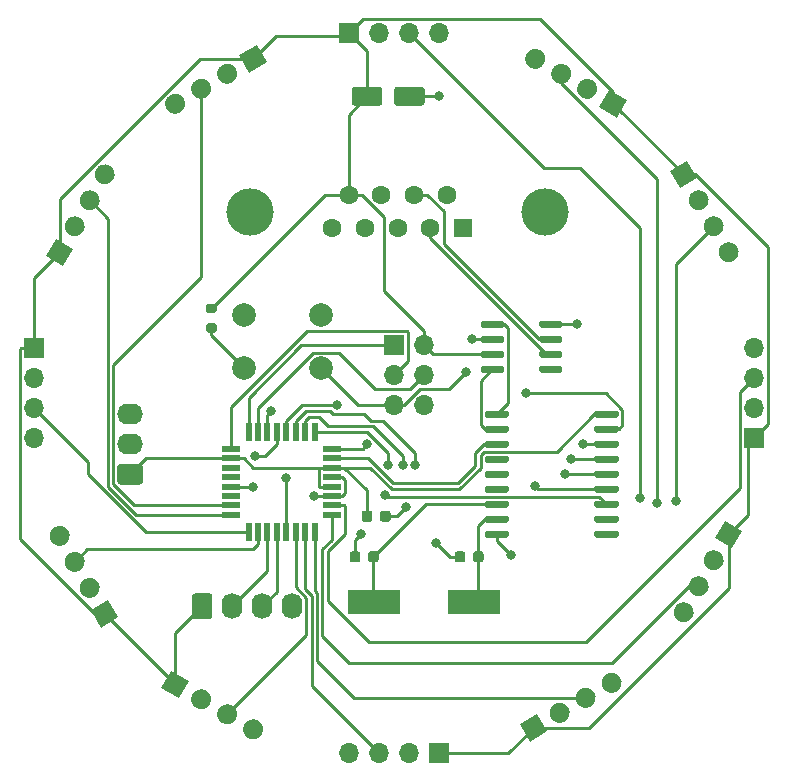
<source format=gbr>
%TF.GenerationSoftware,KiCad,Pcbnew,5.1.9+dfsg1-1+deb11u1*%
%TF.CreationDate,2022-11-12T21:31:23+01:00*%
%TF.ProjectId,ultrasonic_board,756c7472-6173-46f6-9e69-635f626f6172,rev?*%
%TF.SameCoordinates,PX8b48bd0PY4eb9cf0*%
%TF.FileFunction,Copper,L1,Top*%
%TF.FilePolarity,Positive*%
%FSLAX46Y46*%
G04 Gerber Fmt 4.6, Leading zero omitted, Abs format (unit mm)*
G04 Created by KiCad (PCBNEW 5.1.9+dfsg1-1+deb11u1) date 2022-11-12 21:31:23*
%MOMM*%
%LPD*%
G01*
G04 APERTURE LIST*
%TA.AperFunction,ComponentPad*%
%ADD10C,2.000000*%
%TD*%
%TA.AperFunction,ComponentPad*%
%ADD11O,2.190000X1.740000*%
%TD*%
%TA.AperFunction,ComponentPad*%
%ADD12R,1.700000X1.700000*%
%TD*%
%TA.AperFunction,ComponentPad*%
%ADD13O,1.700000X1.700000*%
%TD*%
%TA.AperFunction,ComponentPad*%
%ADD14O,1.740000X2.190000*%
%TD*%
%TA.AperFunction,ComponentPad*%
%ADD15C,0.100000*%
%TD*%
%TA.AperFunction,SMDPad,CuDef*%
%ADD16R,1.600000X0.550000*%
%TD*%
%TA.AperFunction,SMDPad,CuDef*%
%ADD17R,0.550000X1.600000*%
%TD*%
%TA.AperFunction,SMDPad,CuDef*%
%ADD18R,4.500000X2.000000*%
%TD*%
%TA.AperFunction,ComponentPad*%
%ADD19R,1.600000X1.600000*%
%TD*%
%TA.AperFunction,ComponentPad*%
%ADD20C,1.600000*%
%TD*%
%TA.AperFunction,ComponentPad*%
%ADD21C,4.000000*%
%TD*%
%TA.AperFunction,ViaPad*%
%ADD22C,0.800000*%
%TD*%
%TA.AperFunction,Conductor*%
%ADD23C,0.250000*%
%TD*%
G04 APERTURE END LIST*
D10*
%TO.P,RESET,2*%
%TO.N,/RST*%
X-12700000Y2104000D03*
%TO.P,RESET,1*%
%TO.N,GND*%
X-12700000Y6604000D03*
%TO.P,RESET,2*%
%TO.N,/RST*%
X-6200000Y2104000D03*
%TO.P,RESET,1*%
%TO.N,GND*%
X-6200000Y6604000D03*
%TD*%
%TO.P,C1,1*%
%TO.N,/XTAL1*%
%TA.AperFunction,SMDPad,CuDef*%
G36*
G01*
X7575000Y-13593000D02*
X7575000Y-14093000D01*
G75*
G02*
X7350000Y-14318000I-225000J0D01*
G01*
X6900000Y-14318000D01*
G75*
G02*
X6675000Y-14093000I0J225000D01*
G01*
X6675000Y-13593000D01*
G75*
G02*
X6900000Y-13368000I225000J0D01*
G01*
X7350000Y-13368000D01*
G75*
G02*
X7575000Y-13593000I0J-225000D01*
G01*
G37*
%TD.AperFunction*%
%TO.P,C1,2*%
%TO.N,GND*%
%TA.AperFunction,SMDPad,CuDef*%
G36*
G01*
X6025000Y-13593000D02*
X6025000Y-14093000D01*
G75*
G02*
X5800000Y-14318000I-225000J0D01*
G01*
X5350000Y-14318000D01*
G75*
G02*
X5125000Y-14093000I0J225000D01*
G01*
X5125000Y-13593000D01*
G75*
G02*
X5350000Y-13368000I225000J0D01*
G01*
X5800000Y-13368000D01*
G75*
G02*
X6025000Y-13593000I0J-225000D01*
G01*
G37*
%TD.AperFunction*%
%TD*%
%TO.P,C2,2*%
%TO.N,GND*%
%TA.AperFunction,SMDPad,CuDef*%
G36*
G01*
X-2865000Y-13593000D02*
X-2865000Y-14093000D01*
G75*
G02*
X-3090000Y-14318000I-225000J0D01*
G01*
X-3540000Y-14318000D01*
G75*
G02*
X-3765000Y-14093000I0J225000D01*
G01*
X-3765000Y-13593000D01*
G75*
G02*
X-3540000Y-13368000I225000J0D01*
G01*
X-3090000Y-13368000D01*
G75*
G02*
X-2865000Y-13593000I0J-225000D01*
G01*
G37*
%TD.AperFunction*%
%TO.P,C2,1*%
%TO.N,/XTAL2*%
%TA.AperFunction,SMDPad,CuDef*%
G36*
G01*
X-1315000Y-13593000D02*
X-1315000Y-14093000D01*
G75*
G02*
X-1540000Y-14318000I-225000J0D01*
G01*
X-1990000Y-14318000D01*
G75*
G02*
X-2215000Y-14093000I0J225000D01*
G01*
X-2215000Y-13593000D01*
G75*
G02*
X-1990000Y-13368000I225000J0D01*
G01*
X-1540000Y-13368000D01*
G75*
G02*
X-1315000Y-13593000I0J-225000D01*
G01*
G37*
%TD.AperFunction*%
%TD*%
%TO.P,C3,1*%
%TO.N,+5V*%
%TA.AperFunction,SMDPad,CuDef*%
G36*
G01*
X-3608000Y24596000D02*
X-3608000Y25696000D01*
G75*
G02*
X-3358000Y25946000I250000J0D01*
G01*
X-1258000Y25946000D01*
G75*
G02*
X-1008000Y25696000I0J-250000D01*
G01*
X-1008000Y24596000D01*
G75*
G02*
X-1258000Y24346000I-250000J0D01*
G01*
X-3358000Y24346000D01*
G75*
G02*
X-3608000Y24596000I0J250000D01*
G01*
G37*
%TD.AperFunction*%
%TO.P,C3,2*%
%TO.N,GND*%
%TA.AperFunction,SMDPad,CuDef*%
G36*
G01*
X-8000Y24596000D02*
X-8000Y25696000D01*
G75*
G02*
X242000Y25946000I250000J0D01*
G01*
X2342000Y25946000D01*
G75*
G02*
X2592000Y25696000I0J-250000D01*
G01*
X2592000Y24596000D01*
G75*
G02*
X2342000Y24346000I-250000J0D01*
G01*
X242000Y24346000D01*
G75*
G02*
X-8000Y24596000I0J250000D01*
G01*
G37*
%TD.AperFunction*%
%TD*%
%TO.P,C4,1*%
%TO.N,+5V*%
%TA.AperFunction,SMDPad,CuDef*%
G36*
G01*
X-2749000Y-10664000D02*
X-2749000Y-10164000D01*
G75*
G02*
X-2524000Y-9939000I225000J0D01*
G01*
X-2074000Y-9939000D01*
G75*
G02*
X-1849000Y-10164000I0J-225000D01*
G01*
X-1849000Y-10664000D01*
G75*
G02*
X-2074000Y-10889000I-225000J0D01*
G01*
X-2524000Y-10889000D01*
G75*
G02*
X-2749000Y-10664000I0J225000D01*
G01*
G37*
%TD.AperFunction*%
%TO.P,C4,2*%
%TO.N,GND*%
%TA.AperFunction,SMDPad,CuDef*%
G36*
G01*
X-1199000Y-10664000D02*
X-1199000Y-10164000D01*
G75*
G02*
X-974000Y-9939000I225000J0D01*
G01*
X-524000Y-9939000D01*
G75*
G02*
X-299000Y-10164000I0J-225000D01*
G01*
X-299000Y-10664000D01*
G75*
G02*
X-524000Y-10889000I-225000J0D01*
G01*
X-974000Y-10889000D01*
G75*
G02*
X-1199000Y-10664000I0J225000D01*
G01*
G37*
%TD.AperFunction*%
%TD*%
%TO.P,LED,1*%
%TO.N,+5V*%
%TA.AperFunction,ComponentPad*%
G36*
G01*
X-21506999Y-7728000D02*
X-23197001Y-7728000D01*
G75*
G02*
X-23447000Y-7478001I0J249999D01*
G01*
X-23447000Y-6237999D01*
G75*
G02*
X-23197001Y-5988000I249999J0D01*
G01*
X-21506999Y-5988000D01*
G75*
G02*
X-21257000Y-6237999I0J-249999D01*
G01*
X-21257000Y-7478001D01*
G75*
G02*
X-21506999Y-7728000I-249999J0D01*
G01*
G37*
%TD.AperFunction*%
D11*
%TO.P,LED,2*%
%TO.N,/LED_DIG*%
X-22352000Y-4318000D03*
%TO.P,LED,3*%
%TO.N,GND*%
X-22352000Y-1778000D03*
%TD*%
D12*
%TO.P,J2,1*%
%TO.N,/MISO*%
X0Y4064000D03*
D13*
%TO.P,J2,2*%
%TO.N,+5V*%
X2540000Y4064000D03*
%TO.P,J2,3*%
%TO.N,/SCK*%
X0Y1524000D03*
%TO.P,J2,4*%
%TO.N,/MOSI*%
X2540000Y1524000D03*
%TO.P,J2,5*%
%TO.N,/RST*%
X0Y-1016000D03*
%TO.P,J2,6*%
%TO.N,GND*%
X2540000Y-1016000D03*
%TD*%
%TO.P,I2C,1*%
%TO.N,+5V*%
%TA.AperFunction,ComponentPad*%
G36*
G01*
X-17126000Y-18879001D02*
X-17126000Y-17188999D01*
G75*
G02*
X-16876001Y-16939000I249999J0D01*
G01*
X-15635999Y-16939000D01*
G75*
G02*
X-15386000Y-17188999I0J-249999D01*
G01*
X-15386000Y-18879001D01*
G75*
G02*
X-15635999Y-19129000I-249999J0D01*
G01*
X-16876001Y-19129000D01*
G75*
G02*
X-17126000Y-18879001I0J249999D01*
G01*
G37*
%TD.AperFunction*%
D14*
%TO.P,I2C,2*%
%TO.N,/I2C_SDA*%
X-13716000Y-18034000D03*
%TO.P,I2C,3*%
%TO.N,/I2C_SCL*%
X-11176000Y-18034000D03*
%TO.P,I2C,4*%
%TO.N,GND*%
X-8636000Y-18034000D03*
%TD*%
D13*
%TO.P,U.S. 0 (T),4*%
%TO.N,GND*%
X30480000Y3810000D03*
%TO.P,U.S. 0 (T),3*%
%TO.N,/US0*%
X30480000Y1270000D03*
%TO.P,U.S. 0 (T),2*%
%TO.N,/TRIG*%
X30480000Y-1270000D03*
D12*
%TO.P,U.S. 0 (T),1*%
%TO.N,+5V*%
X30480000Y-3810000D03*
%TD*%
%TA.AperFunction,ComponentPad*%
D15*
%TO.P,U.S. 1 (B),1*%
%TO.N,+5V*%
G36*
X24199878Y17380878D02*
G01*
X23349878Y18853122D01*
X24822122Y19703122D01*
X25672122Y18230878D01*
X24199878Y17380878D01*
G37*
%TD.AperFunction*%
%TO.P,U.S. 1 (B),2*%
%TO.N,/TRIG*%
%TA.AperFunction,ComponentPad*%
G36*
G01*
X25044878Y15917295D02*
X25044878Y15917295D01*
G75*
G02*
X25356000Y17078417I736122J425000D01*
G01*
X25356000Y17078417D01*
G75*
G02*
X26517122Y16767295I425000J-736122D01*
G01*
X26517122Y16767295D01*
G75*
G02*
X26206000Y15606173I-736122J-425000D01*
G01*
X26206000Y15606173D01*
G75*
G02*
X25044878Y15917295I-425000J736122D01*
G01*
G37*
%TD.AperFunction*%
%TO.P,U.S. 1 (B),3*%
%TO.N,/US1*%
%TA.AperFunction,ComponentPad*%
G36*
G01*
X26314878Y13717591D02*
X26314878Y13717591D01*
G75*
G02*
X26626000Y14878713I736122J425000D01*
G01*
X26626000Y14878713D01*
G75*
G02*
X27787122Y14567591I425000J-736122D01*
G01*
X27787122Y14567591D01*
G75*
G02*
X27476000Y13406469I-736122J-425000D01*
G01*
X27476000Y13406469D01*
G75*
G02*
X26314878Y13717591I-425000J736122D01*
G01*
G37*
%TD.AperFunction*%
%TO.P,U.S. 1 (B),4*%
%TO.N,GND*%
%TA.AperFunction,ComponentPad*%
G36*
G01*
X27584878Y11517886D02*
X27584878Y11517886D01*
G75*
G02*
X27896000Y12679008I736122J425000D01*
G01*
X27896000Y12679008D01*
G75*
G02*
X29057122Y12367886I425000J-736122D01*
G01*
X29057122Y12367886D01*
G75*
G02*
X28746000Y11206764I-736122J-425000D01*
G01*
X28746000Y11206764D01*
G75*
G02*
X27584878Y11517886I-425000J736122D01*
G01*
G37*
%TD.AperFunction*%
%TD*%
%TA.AperFunction,ComponentPad*%
%TO.P,U.S. 2 (T),1*%
%TO.N,+5V*%
G36*
X18230878Y25672122D02*
G01*
X19703122Y24822122D01*
X18853122Y23349878D01*
X17380878Y24199878D01*
X18230878Y25672122D01*
G37*
%TD.AperFunction*%
%TO.P,U.S. 2 (T),2*%
%TO.N,/TRIG*%
%TA.AperFunction,ComponentPad*%
G36*
G01*
X16767295Y26517122D02*
X16767295Y26517122D01*
G75*
G02*
X17078417Y25356000I-425000J-736122D01*
G01*
X17078417Y25356000D01*
G75*
G02*
X15917295Y25044878I-736122J425000D01*
G01*
X15917295Y25044878D01*
G75*
G02*
X15606173Y26206000I425000J736122D01*
G01*
X15606173Y26206000D01*
G75*
G02*
X16767295Y26517122I736122J-425000D01*
G01*
G37*
%TD.AperFunction*%
%TO.P,U.S. 2 (T),3*%
%TO.N,/US2*%
%TA.AperFunction,ComponentPad*%
G36*
G01*
X14567591Y27787122D02*
X14567591Y27787122D01*
G75*
G02*
X14878713Y26626000I-425000J-736122D01*
G01*
X14878713Y26626000D01*
G75*
G02*
X13717591Y26314878I-736122J425000D01*
G01*
X13717591Y26314878D01*
G75*
G02*
X13406469Y27476000I425000J736122D01*
G01*
X13406469Y27476000D01*
G75*
G02*
X14567591Y27787122I736122J-425000D01*
G01*
G37*
%TD.AperFunction*%
%TO.P,U.S. 2 (T),4*%
%TO.N,GND*%
%TA.AperFunction,ComponentPad*%
G36*
G01*
X12367886Y29057122D02*
X12367886Y29057122D01*
G75*
G02*
X12679008Y27896000I-425000J-736122D01*
G01*
X12679008Y27896000D01*
G75*
G02*
X11517886Y27584878I-736122J425000D01*
G01*
X11517886Y27584878D01*
G75*
G02*
X11206764Y28746000I425000J736122D01*
G01*
X11206764Y28746000D01*
G75*
G02*
X12367886Y29057122I736122J-425000D01*
G01*
G37*
%TD.AperFunction*%
%TD*%
D13*
%TO.P,U.S. 3 (B),4*%
%TO.N,GND*%
X3810000Y30480000D03*
%TO.P,U.S. 3 (B),3*%
%TO.N,/US3*%
X1270000Y30480000D03*
%TO.P,U.S. 3 (B),2*%
%TO.N,/TRIG*%
X-1270000Y30480000D03*
D12*
%TO.P,U.S. 3 (B),1*%
%TO.N,+5V*%
X-3810000Y30480000D03*
%TD*%
%TO.P,U.S. 4 (T),4*%
%TO.N,GND*%
%TA.AperFunction,ComponentPad*%
G36*
G01*
X-18962114Y25247122D02*
X-18962114Y25247122D01*
G75*
G02*
X-17800992Y24936000I425000J-736122D01*
G01*
X-17800992Y24936000D01*
G75*
G02*
X-18112114Y23774878I-736122J-425000D01*
G01*
X-18112114Y23774878D01*
G75*
G02*
X-19273236Y24086000I-425000J736122D01*
G01*
X-19273236Y24086000D01*
G75*
G02*
X-18962114Y25247122I736122J425000D01*
G01*
G37*
%TD.AperFunction*%
%TO.P,U.S. 4 (T),3*%
%TO.N,/US4*%
%TA.AperFunction,ComponentPad*%
G36*
G01*
X-16762409Y26517122D02*
X-16762409Y26517122D01*
G75*
G02*
X-15601287Y26206000I425000J-736122D01*
G01*
X-15601287Y26206000D01*
G75*
G02*
X-15912409Y25044878I-736122J-425000D01*
G01*
X-15912409Y25044878D01*
G75*
G02*
X-17073531Y25356000I-425000J736122D01*
G01*
X-17073531Y25356000D01*
G75*
G02*
X-16762409Y26517122I736122J425000D01*
G01*
G37*
%TD.AperFunction*%
%TO.P,U.S. 4 (T),2*%
%TO.N,/TRIG*%
%TA.AperFunction,ComponentPad*%
G36*
G01*
X-14562705Y27787122D02*
X-14562705Y27787122D01*
G75*
G02*
X-13401583Y27476000I425000J-736122D01*
G01*
X-13401583Y27476000D01*
G75*
G02*
X-13712705Y26314878I-736122J-425000D01*
G01*
X-13712705Y26314878D01*
G75*
G02*
X-14873827Y26626000I-425000J736122D01*
G01*
X-14873827Y26626000D01*
G75*
G02*
X-14562705Y27787122I736122J425000D01*
G01*
G37*
%TD.AperFunction*%
%TA.AperFunction,ComponentPad*%
D15*
%TO.P,U.S. 4 (T),1*%
%TO.N,+5V*%
G36*
X-13099122Y28632122D02*
G01*
X-11626878Y29482122D01*
X-10776878Y28009878D01*
X-12249122Y27159878D01*
X-13099122Y28632122D01*
G37*
%TD.AperFunction*%
%TD*%
%TA.AperFunction,ComponentPad*%
%TO.P,U.S. 5 (B),1*%
%TO.N,+5V*%
G36*
X-27159878Y12249122D02*
G01*
X-28009878Y10776878D01*
X-29482122Y11626878D01*
X-28632122Y13099122D01*
X-27159878Y12249122D01*
G37*
%TD.AperFunction*%
%TO.P,U.S. 5 (B),2*%
%TO.N,/TRIG*%
%TA.AperFunction,ComponentPad*%
G36*
G01*
X-26314878Y13712705D02*
X-26314878Y13712705D01*
G75*
G02*
X-27476000Y13401583I-736122J425000D01*
G01*
X-27476000Y13401583D01*
G75*
G02*
X-27787122Y14562705I425000J736122D01*
G01*
X-27787122Y14562705D01*
G75*
G02*
X-26626000Y14873827I736122J-425000D01*
G01*
X-26626000Y14873827D01*
G75*
G02*
X-26314878Y13712705I-425000J-736122D01*
G01*
G37*
%TD.AperFunction*%
%TO.P,U.S. 5 (B),3*%
%TO.N,/US5*%
%TA.AperFunction,ComponentPad*%
G36*
G01*
X-25044878Y15912409D02*
X-25044878Y15912409D01*
G75*
G02*
X-26206000Y15601287I-736122J425000D01*
G01*
X-26206000Y15601287D01*
G75*
G02*
X-26517122Y16762409I425000J736122D01*
G01*
X-26517122Y16762409D01*
G75*
G02*
X-25356000Y17073531I736122J-425000D01*
G01*
X-25356000Y17073531D01*
G75*
G02*
X-25044878Y15912409I-425000J-736122D01*
G01*
G37*
%TD.AperFunction*%
%TO.P,U.S. 5 (B),4*%
%TO.N,GND*%
%TA.AperFunction,ComponentPad*%
G36*
G01*
X-23774878Y18112114D02*
X-23774878Y18112114D01*
G75*
G02*
X-24936000Y17800992I-736122J425000D01*
G01*
X-24936000Y17800992D01*
G75*
G02*
X-25247122Y18962114I425000J736122D01*
G01*
X-25247122Y18962114D01*
G75*
G02*
X-24086000Y19273236I736122J-425000D01*
G01*
X-24086000Y19273236D01*
G75*
G02*
X-23774878Y18112114I-425000J-736122D01*
G01*
G37*
%TD.AperFunction*%
%TD*%
D12*
%TO.P,U.S. 6 (T),1*%
%TO.N,+5V*%
X-30480000Y3810000D03*
D13*
%TO.P,U.S. 6 (T),2*%
%TO.N,/TRIG*%
X-30480000Y1270000D03*
%TO.P,U.S. 6 (T),3*%
%TO.N,/US6*%
X-30480000Y-1270000D03*
%TO.P,U.S. 6 (T),4*%
%TO.N,GND*%
X-30480000Y-3810000D03*
%TD*%
%TO.P,U.S. 7 (B),4*%
%TO.N,GND*%
%TA.AperFunction,ComponentPad*%
G36*
G01*
X-27584878Y-11644886D02*
X-27584878Y-11644886D01*
G75*
G02*
X-27896000Y-12806008I-736122J-425000D01*
G01*
X-27896000Y-12806008D01*
G75*
G02*
X-29057122Y-12494886I-425000J736122D01*
G01*
X-29057122Y-12494886D01*
G75*
G02*
X-28746000Y-11333764I736122J425000D01*
G01*
X-28746000Y-11333764D01*
G75*
G02*
X-27584878Y-11644886I425000J-736122D01*
G01*
G37*
%TD.AperFunction*%
%TO.P,U.S. 7 (B),3*%
%TO.N,/US7*%
%TA.AperFunction,ComponentPad*%
G36*
G01*
X-26314878Y-13844591D02*
X-26314878Y-13844591D01*
G75*
G02*
X-26626000Y-15005713I-736122J-425000D01*
G01*
X-26626000Y-15005713D01*
G75*
G02*
X-27787122Y-14694591I-425000J736122D01*
G01*
X-27787122Y-14694591D01*
G75*
G02*
X-27476000Y-13533469I736122J425000D01*
G01*
X-27476000Y-13533469D01*
G75*
G02*
X-26314878Y-13844591I425000J-736122D01*
G01*
G37*
%TD.AperFunction*%
%TO.P,U.S. 7 (B),2*%
%TO.N,/TRIG*%
%TA.AperFunction,ComponentPad*%
G36*
G01*
X-25044878Y-16044295D02*
X-25044878Y-16044295D01*
G75*
G02*
X-25356000Y-17205417I-736122J-425000D01*
G01*
X-25356000Y-17205417D01*
G75*
G02*
X-26517122Y-16894295I-425000J736122D01*
G01*
X-26517122Y-16894295D01*
G75*
G02*
X-26206000Y-15733173I736122J425000D01*
G01*
X-26206000Y-15733173D01*
G75*
G02*
X-25044878Y-16044295I425000J-736122D01*
G01*
G37*
%TD.AperFunction*%
%TA.AperFunction,ComponentPad*%
D15*
%TO.P,U.S. 7 (B),1*%
%TO.N,+5V*%
G36*
X-24199878Y-17507878D02*
G01*
X-23349878Y-18980122D01*
X-24822122Y-19830122D01*
X-25672122Y-18357878D01*
X-24199878Y-17507878D01*
G37*
%TD.AperFunction*%
%TD*%
%TA.AperFunction,ComponentPad*%
%TO.P,U.S. 8 (T),1*%
%TO.N,+5V*%
G36*
X-18230878Y-25799122D02*
G01*
X-19703122Y-24949122D01*
X-18853122Y-23476878D01*
X-17380878Y-24326878D01*
X-18230878Y-25799122D01*
G37*
%TD.AperFunction*%
%TO.P,U.S. 8 (T),2*%
%TO.N,/TRIG*%
%TA.AperFunction,ComponentPad*%
G36*
G01*
X-16767295Y-26644122D02*
X-16767295Y-26644122D01*
G75*
G02*
X-17078417Y-25483000I425000J736122D01*
G01*
X-17078417Y-25483000D01*
G75*
G02*
X-15917295Y-25171878I736122J-425000D01*
G01*
X-15917295Y-25171878D01*
G75*
G02*
X-15606173Y-26333000I-425000J-736122D01*
G01*
X-15606173Y-26333000D01*
G75*
G02*
X-16767295Y-26644122I-736122J425000D01*
G01*
G37*
%TD.AperFunction*%
%TO.P,U.S. 8 (T),3*%
%TO.N,/US8*%
%TA.AperFunction,ComponentPad*%
G36*
G01*
X-14567591Y-27914122D02*
X-14567591Y-27914122D01*
G75*
G02*
X-14878713Y-26753000I425000J736122D01*
G01*
X-14878713Y-26753000D01*
G75*
G02*
X-13717591Y-26441878I736122J-425000D01*
G01*
X-13717591Y-26441878D01*
G75*
G02*
X-13406469Y-27603000I-425000J-736122D01*
G01*
X-13406469Y-27603000D01*
G75*
G02*
X-14567591Y-27914122I-736122J425000D01*
G01*
G37*
%TD.AperFunction*%
%TO.P,U.S. 8 (T),4*%
%TO.N,GND*%
%TA.AperFunction,ComponentPad*%
G36*
G01*
X-12367886Y-29184122D02*
X-12367886Y-29184122D01*
G75*
G02*
X-12679008Y-28023000I425000J736122D01*
G01*
X-12679008Y-28023000D01*
G75*
G02*
X-11517886Y-27711878I736122J-425000D01*
G01*
X-11517886Y-27711878D01*
G75*
G02*
X-11206764Y-28873000I-425000J-736122D01*
G01*
X-11206764Y-28873000D01*
G75*
G02*
X-12367886Y-29184122I-736122J425000D01*
G01*
G37*
%TD.AperFunction*%
%TD*%
D12*
%TO.P,U.S. 9 (B),1*%
%TO.N,+5V*%
X3810000Y-30480000D03*
D13*
%TO.P,U.S. 9 (B),2*%
%TO.N,/TRIG*%
X1270000Y-30480000D03*
%TO.P,U.S. 9 (B),3*%
%TO.N,/US9*%
X-1270000Y-30480000D03*
%TO.P,U.S. 9 (B),4*%
%TO.N,GND*%
X-3810000Y-30480000D03*
%TD*%
%TO.P,U.S. 10 (T),4*%
%TO.N,GND*%
%TA.AperFunction,ComponentPad*%
G36*
G01*
X18835114Y-25247122D02*
X18835114Y-25247122D01*
G75*
G02*
X17673992Y-24936000I-425000J736122D01*
G01*
X17673992Y-24936000D01*
G75*
G02*
X17985114Y-23774878I736122J425000D01*
G01*
X17985114Y-23774878D01*
G75*
G02*
X19146236Y-24086000I425000J-736122D01*
G01*
X19146236Y-24086000D01*
G75*
G02*
X18835114Y-25247122I-736122J-425000D01*
G01*
G37*
%TD.AperFunction*%
%TO.P,U.S. 10 (T),3*%
%TO.N,/USA*%
%TA.AperFunction,ComponentPad*%
G36*
G01*
X16635409Y-26517122D02*
X16635409Y-26517122D01*
G75*
G02*
X15474287Y-26206000I-425000J736122D01*
G01*
X15474287Y-26206000D01*
G75*
G02*
X15785409Y-25044878I736122J425000D01*
G01*
X15785409Y-25044878D01*
G75*
G02*
X16946531Y-25356000I425000J-736122D01*
G01*
X16946531Y-25356000D01*
G75*
G02*
X16635409Y-26517122I-736122J-425000D01*
G01*
G37*
%TD.AperFunction*%
%TO.P,U.S. 10 (T),2*%
%TO.N,/TRIG*%
%TA.AperFunction,ComponentPad*%
G36*
G01*
X14435705Y-27787122D02*
X14435705Y-27787122D01*
G75*
G02*
X13274583Y-27476000I-425000J736122D01*
G01*
X13274583Y-27476000D01*
G75*
G02*
X13585705Y-26314878I736122J425000D01*
G01*
X13585705Y-26314878D01*
G75*
G02*
X14746827Y-26626000I425000J-736122D01*
G01*
X14746827Y-26626000D01*
G75*
G02*
X14435705Y-27787122I-736122J-425000D01*
G01*
G37*
%TD.AperFunction*%
%TA.AperFunction,ComponentPad*%
D15*
%TO.P,U.S. 10 (T),1*%
%TO.N,+5V*%
G36*
X12972122Y-28632122D02*
G01*
X11499878Y-29482122D01*
X10649878Y-28009878D01*
X12122122Y-27159878D01*
X12972122Y-28632122D01*
G37*
%TD.AperFunction*%
%TD*%
%TO.P,U.S. 11 (B),4*%
%TO.N,GND*%
%TA.AperFunction,ComponentPad*%
G36*
G01*
X23774878Y-18112114D02*
X23774878Y-18112114D01*
G75*
G02*
X24936000Y-17800992I736122J-425000D01*
G01*
X24936000Y-17800992D01*
G75*
G02*
X25247122Y-18962114I-425000J-736122D01*
G01*
X25247122Y-18962114D01*
G75*
G02*
X24086000Y-19273236I-736122J425000D01*
G01*
X24086000Y-19273236D01*
G75*
G02*
X23774878Y-18112114I425000J736122D01*
G01*
G37*
%TD.AperFunction*%
%TO.P,U.S. 11 (B),3*%
%TO.N,/USB*%
%TA.AperFunction,ComponentPad*%
G36*
G01*
X25044878Y-15912409D02*
X25044878Y-15912409D01*
G75*
G02*
X26206000Y-15601287I736122J-425000D01*
G01*
X26206000Y-15601287D01*
G75*
G02*
X26517122Y-16762409I-425000J-736122D01*
G01*
X26517122Y-16762409D01*
G75*
G02*
X25356000Y-17073531I-736122J425000D01*
G01*
X25356000Y-17073531D01*
G75*
G02*
X25044878Y-15912409I425000J736122D01*
G01*
G37*
%TD.AperFunction*%
%TO.P,U.S. 11 (B),2*%
%TO.N,/TRIG*%
%TA.AperFunction,ComponentPad*%
G36*
G01*
X26314878Y-13712705D02*
X26314878Y-13712705D01*
G75*
G02*
X27476000Y-13401583I736122J-425000D01*
G01*
X27476000Y-13401583D01*
G75*
G02*
X27787122Y-14562705I-425000J-736122D01*
G01*
X27787122Y-14562705D01*
G75*
G02*
X26626000Y-14873827I-736122J425000D01*
G01*
X26626000Y-14873827D01*
G75*
G02*
X26314878Y-13712705I425000J736122D01*
G01*
G37*
%TD.AperFunction*%
%TA.AperFunction,ComponentPad*%
%TO.P,U.S. 11 (B),1*%
%TO.N,+5V*%
G36*
X27159878Y-12249122D02*
G01*
X28009878Y-10776878D01*
X29482122Y-11626878D01*
X28632122Y-13099122D01*
X27159878Y-12249122D01*
G37*
%TD.AperFunction*%
%TD*%
%TO.P,R1,1*%
%TO.N,+5V*%
%TA.AperFunction,SMDPad,CuDef*%
G36*
G01*
X-15769000Y7575000D02*
X-15219000Y7575000D01*
G75*
G02*
X-15019000Y7375000I0J-200000D01*
G01*
X-15019000Y6975000D01*
G75*
G02*
X-15219000Y6775000I-200000J0D01*
G01*
X-15769000Y6775000D01*
G75*
G02*
X-15969000Y6975000I0J200000D01*
G01*
X-15969000Y7375000D01*
G75*
G02*
X-15769000Y7575000I200000J0D01*
G01*
G37*
%TD.AperFunction*%
%TO.P,R1,2*%
%TO.N,/RST*%
%TA.AperFunction,SMDPad,CuDef*%
G36*
G01*
X-15769000Y5925000D02*
X-15219000Y5925000D01*
G75*
G02*
X-15019000Y5725000I0J-200000D01*
G01*
X-15019000Y5325000D01*
G75*
G02*
X-15219000Y5125000I-200000J0D01*
G01*
X-15769000Y5125000D01*
G75*
G02*
X-15969000Y5325000I0J200000D01*
G01*
X-15969000Y5725000D01*
G75*
G02*
X-15769000Y5925000I200000J0D01*
G01*
G37*
%TD.AperFunction*%
%TD*%
D16*
%TO.P,U1,1*%
%TO.N,/USB*%
X-5275000Y-10293000D03*
%TO.P,U1,2*%
%TO.N,/US0*%
X-5275000Y-9493000D03*
%TO.P,U1,3*%
%TO.N,GND*%
X-5275000Y-8693000D03*
%TO.P,U1,4*%
%TO.N,+5V*%
X-5275000Y-7893000D03*
%TO.P,U1,5*%
%TO.N,GND*%
X-5275000Y-7093000D03*
%TO.P,U1,6*%
%TO.N,+5V*%
X-5275000Y-6293000D03*
%TO.P,U1,7*%
%TO.N,/CPU_CLK*%
X-5275000Y-5493000D03*
%TO.P,U1,8*%
%TO.N,/CAN_INT*%
X-5275000Y-4693000D03*
D17*
%TO.P,U1,9*%
%TO.N,/US1*%
X-6725000Y-3243000D03*
%TO.P,U1,10*%
%TO.N,/US2*%
X-7525000Y-3243000D03*
%TO.P,U1,11*%
%TO.N,/US3*%
X-8325000Y-3243000D03*
%TO.P,U1,12*%
%TO.N,/CAN_CS*%
X-9125000Y-3243000D03*
%TO.P,U1,13*%
%TO.N,/LED_DIG*%
X-9925000Y-3243000D03*
%TO.P,U1,14*%
%TO.N,/TRIG*%
X-10725000Y-3243000D03*
%TO.P,U1,15*%
%TO.N,/MOSI*%
X-11525000Y-3243000D03*
%TO.P,U1,16*%
%TO.N,/MISO*%
X-12325000Y-3243000D03*
D16*
%TO.P,U1,17*%
%TO.N,/SCK*%
X-13775000Y-4693000D03*
%TO.P,U1,18*%
%TO.N,+5V*%
X-13775000Y-5493000D03*
%TO.P,U1,19*%
%TO.N,Net-(U1-Pad19)*%
X-13775000Y-6293000D03*
%TO.P,U1,20*%
%TO.N,Net-(U1-Pad20)*%
X-13775000Y-7093000D03*
%TO.P,U1,21*%
%TO.N,GND*%
X-13775000Y-7893000D03*
%TO.P,U1,22*%
%TO.N,Net-(U1-Pad22)*%
X-13775000Y-8693000D03*
%TO.P,U1,23*%
%TO.N,/US4*%
X-13775000Y-9493000D03*
%TO.P,U1,24*%
%TO.N,/US5*%
X-13775000Y-10293000D03*
D17*
%TO.P,U1,25*%
%TO.N,/US6*%
X-12325000Y-11743000D03*
%TO.P,U1,26*%
%TO.N,/US7*%
X-11525000Y-11743000D03*
%TO.P,U1,27*%
%TO.N,/I2C_SDA*%
X-10725000Y-11743000D03*
%TO.P,U1,28*%
%TO.N,/I2C_SCL*%
X-9925000Y-11743000D03*
%TO.P,U1,29*%
%TO.N,/RST*%
X-9125000Y-11743000D03*
%TO.P,U1,30*%
%TO.N,/US8*%
X-8325000Y-11743000D03*
%TO.P,U1,31*%
%TO.N,/US9*%
X-7525000Y-11743000D03*
%TO.P,U1,32*%
%TO.N,/USA*%
X-6725000Y-11743000D03*
%TD*%
D18*
%TO.P,XTAL,1*%
%TO.N,/XTAL1*%
X6790000Y-17653000D03*
%TO.P,XTAL,2*%
%TO.N,/XTAL2*%
X-1710000Y-17653000D03*
%TD*%
D19*
%TO.P,CAN,1*%
%TO.N,Net-(J4-Pad1)*%
X5842000Y13970000D03*
D20*
%TO.P,CAN,2*%
%TO.N,Net-(J4-Pad2)*%
X3072000Y13970000D03*
%TO.P,CAN,3*%
%TO.N,GND*%
X302000Y13970000D03*
%TO.P,CAN,4*%
%TO.N,Net-(J4-Pad4)*%
X-2468000Y13970000D03*
%TO.P,CAN,5*%
%TO.N,Net-(J4-Pad5)*%
X-5238000Y13970000D03*
%TO.P,CAN,6*%
%TO.N,GND*%
X4457000Y16810000D03*
%TO.P,CAN,7*%
%TO.N,Net-(J4-Pad7)*%
X1687000Y16810000D03*
%TO.P,CAN,8*%
%TO.N,Net-(J4-Pad8)*%
X-1083000Y16810000D03*
%TO.P,CAN,9*%
%TO.N,+5V*%
X-3853000Y16810000D03*
D21*
%TO.P,CAN,0*%
%TO.N,GND*%
X12802000Y15390000D03*
X-12198000Y15390000D03*
%TD*%
%TO.P,U2,1*%
%TO.N,Net-(U2-Pad1)*%
%TA.AperFunction,SMDPad,CuDef*%
G36*
G01*
X7660000Y-1928000D02*
X7660000Y-1628000D01*
G75*
G02*
X7810000Y-1478000I150000J0D01*
G01*
X9560000Y-1478000D01*
G75*
G02*
X9710000Y-1628000I0J-150000D01*
G01*
X9710000Y-1928000D01*
G75*
G02*
X9560000Y-2078000I-150000J0D01*
G01*
X7810000Y-2078000D01*
G75*
G02*
X7660000Y-1928000I0J150000D01*
G01*
G37*
%TD.AperFunction*%
%TO.P,U2,2*%
%TO.N,Net-(U2-Pad2)*%
%TA.AperFunction,SMDPad,CuDef*%
G36*
G01*
X7660000Y-3198000D02*
X7660000Y-2898000D01*
G75*
G02*
X7810000Y-2748000I150000J0D01*
G01*
X9560000Y-2748000D01*
G75*
G02*
X9710000Y-2898000I0J-150000D01*
G01*
X9710000Y-3198000D01*
G75*
G02*
X9560000Y-3348000I-150000J0D01*
G01*
X7810000Y-3348000D01*
G75*
G02*
X7660000Y-3198000I0J150000D01*
G01*
G37*
%TD.AperFunction*%
%TO.P,U2,3*%
%TO.N,/CPU_CLK*%
%TA.AperFunction,SMDPad,CuDef*%
G36*
G01*
X7660000Y-4468000D02*
X7660000Y-4168000D01*
G75*
G02*
X7810000Y-4018000I150000J0D01*
G01*
X9560000Y-4018000D01*
G75*
G02*
X9710000Y-4168000I0J-150000D01*
G01*
X9710000Y-4468000D01*
G75*
G02*
X9560000Y-4618000I-150000J0D01*
G01*
X7810000Y-4618000D01*
G75*
G02*
X7660000Y-4468000I0J150000D01*
G01*
G37*
%TD.AperFunction*%
%TO.P,U2,4*%
%TO.N,Net-(U2-Pad4)*%
%TA.AperFunction,SMDPad,CuDef*%
G36*
G01*
X7660000Y-5738000D02*
X7660000Y-5438000D01*
G75*
G02*
X7810000Y-5288000I150000J0D01*
G01*
X9560000Y-5288000D01*
G75*
G02*
X9710000Y-5438000I0J-150000D01*
G01*
X9710000Y-5738000D01*
G75*
G02*
X9560000Y-5888000I-150000J0D01*
G01*
X7810000Y-5888000D01*
G75*
G02*
X7660000Y-5738000I0J150000D01*
G01*
G37*
%TD.AperFunction*%
%TO.P,U2,5*%
%TO.N,Net-(U2-Pad5)*%
%TA.AperFunction,SMDPad,CuDef*%
G36*
G01*
X7660000Y-7008000D02*
X7660000Y-6708000D01*
G75*
G02*
X7810000Y-6558000I150000J0D01*
G01*
X9560000Y-6558000D01*
G75*
G02*
X9710000Y-6708000I0J-150000D01*
G01*
X9710000Y-7008000D01*
G75*
G02*
X9560000Y-7158000I-150000J0D01*
G01*
X7810000Y-7158000D01*
G75*
G02*
X7660000Y-7008000I0J150000D01*
G01*
G37*
%TD.AperFunction*%
%TO.P,U2,6*%
%TO.N,Net-(U2-Pad6)*%
%TA.AperFunction,SMDPad,CuDef*%
G36*
G01*
X7660000Y-8278000D02*
X7660000Y-7978000D01*
G75*
G02*
X7810000Y-7828000I150000J0D01*
G01*
X9560000Y-7828000D01*
G75*
G02*
X9710000Y-7978000I0J-150000D01*
G01*
X9710000Y-8278000D01*
G75*
G02*
X9560000Y-8428000I-150000J0D01*
G01*
X7810000Y-8428000D01*
G75*
G02*
X7660000Y-8278000I0J150000D01*
G01*
G37*
%TD.AperFunction*%
%TO.P,U2,7*%
%TO.N,/XTAL2*%
%TA.AperFunction,SMDPad,CuDef*%
G36*
G01*
X7660000Y-9548000D02*
X7660000Y-9248000D01*
G75*
G02*
X7810000Y-9098000I150000J0D01*
G01*
X9560000Y-9098000D01*
G75*
G02*
X9710000Y-9248000I0J-150000D01*
G01*
X9710000Y-9548000D01*
G75*
G02*
X9560000Y-9698000I-150000J0D01*
G01*
X7810000Y-9698000D01*
G75*
G02*
X7660000Y-9548000I0J150000D01*
G01*
G37*
%TD.AperFunction*%
%TO.P,U2,8*%
%TO.N,/XTAL1*%
%TA.AperFunction,SMDPad,CuDef*%
G36*
G01*
X7660000Y-10818000D02*
X7660000Y-10518000D01*
G75*
G02*
X7810000Y-10368000I150000J0D01*
G01*
X9560000Y-10368000D01*
G75*
G02*
X9710000Y-10518000I0J-150000D01*
G01*
X9710000Y-10818000D01*
G75*
G02*
X9560000Y-10968000I-150000J0D01*
G01*
X7810000Y-10968000D01*
G75*
G02*
X7660000Y-10818000I0J150000D01*
G01*
G37*
%TD.AperFunction*%
%TO.P,U2,9*%
%TO.N,GND*%
%TA.AperFunction,SMDPad,CuDef*%
G36*
G01*
X7660000Y-12088000D02*
X7660000Y-11788000D01*
G75*
G02*
X7810000Y-11638000I150000J0D01*
G01*
X9560000Y-11638000D01*
G75*
G02*
X9710000Y-11788000I0J-150000D01*
G01*
X9710000Y-12088000D01*
G75*
G02*
X9560000Y-12238000I-150000J0D01*
G01*
X7810000Y-12238000D01*
G75*
G02*
X7660000Y-12088000I0J150000D01*
G01*
G37*
%TD.AperFunction*%
%TO.P,U2,10*%
%TO.N,Net-(U2-Pad10)*%
%TA.AperFunction,SMDPad,CuDef*%
G36*
G01*
X16960000Y-12088000D02*
X16960000Y-11788000D01*
G75*
G02*
X17110000Y-11638000I150000J0D01*
G01*
X18860000Y-11638000D01*
G75*
G02*
X19010000Y-11788000I0J-150000D01*
G01*
X19010000Y-12088000D01*
G75*
G02*
X18860000Y-12238000I-150000J0D01*
G01*
X17110000Y-12238000D01*
G75*
G02*
X16960000Y-12088000I0J150000D01*
G01*
G37*
%TD.AperFunction*%
%TO.P,U2,11*%
%TO.N,Net-(U2-Pad11)*%
%TA.AperFunction,SMDPad,CuDef*%
G36*
G01*
X16960000Y-10818000D02*
X16960000Y-10518000D01*
G75*
G02*
X17110000Y-10368000I150000J0D01*
G01*
X18860000Y-10368000D01*
G75*
G02*
X19010000Y-10518000I0J-150000D01*
G01*
X19010000Y-10818000D01*
G75*
G02*
X18860000Y-10968000I-150000J0D01*
G01*
X17110000Y-10968000D01*
G75*
G02*
X16960000Y-10818000I0J150000D01*
G01*
G37*
%TD.AperFunction*%
%TO.P,U2,12*%
%TO.N,/CAN_INT*%
%TA.AperFunction,SMDPad,CuDef*%
G36*
G01*
X16960000Y-9548000D02*
X16960000Y-9248000D01*
G75*
G02*
X17110000Y-9098000I150000J0D01*
G01*
X18860000Y-9098000D01*
G75*
G02*
X19010000Y-9248000I0J-150000D01*
G01*
X19010000Y-9548000D01*
G75*
G02*
X18860000Y-9698000I-150000J0D01*
G01*
X17110000Y-9698000D01*
G75*
G02*
X16960000Y-9548000I0J150000D01*
G01*
G37*
%TD.AperFunction*%
%TO.P,U2,13*%
%TO.N,/SCK*%
%TA.AperFunction,SMDPad,CuDef*%
G36*
G01*
X16960000Y-8278000D02*
X16960000Y-7978000D01*
G75*
G02*
X17110000Y-7828000I150000J0D01*
G01*
X18860000Y-7828000D01*
G75*
G02*
X19010000Y-7978000I0J-150000D01*
G01*
X19010000Y-8278000D01*
G75*
G02*
X18860000Y-8428000I-150000J0D01*
G01*
X17110000Y-8428000D01*
G75*
G02*
X16960000Y-8278000I0J150000D01*
G01*
G37*
%TD.AperFunction*%
%TO.P,U2,14*%
%TO.N,/MOSI*%
%TA.AperFunction,SMDPad,CuDef*%
G36*
G01*
X16960000Y-7008000D02*
X16960000Y-6708000D01*
G75*
G02*
X17110000Y-6558000I150000J0D01*
G01*
X18860000Y-6558000D01*
G75*
G02*
X19010000Y-6708000I0J-150000D01*
G01*
X19010000Y-7008000D01*
G75*
G02*
X18860000Y-7158000I-150000J0D01*
G01*
X17110000Y-7158000D01*
G75*
G02*
X16960000Y-7008000I0J150000D01*
G01*
G37*
%TD.AperFunction*%
%TO.P,U2,15*%
%TO.N,/MISO*%
%TA.AperFunction,SMDPad,CuDef*%
G36*
G01*
X16960000Y-5738000D02*
X16960000Y-5438000D01*
G75*
G02*
X17110000Y-5288000I150000J0D01*
G01*
X18860000Y-5288000D01*
G75*
G02*
X19010000Y-5438000I0J-150000D01*
G01*
X19010000Y-5738000D01*
G75*
G02*
X18860000Y-5888000I-150000J0D01*
G01*
X17110000Y-5888000D01*
G75*
G02*
X16960000Y-5738000I0J150000D01*
G01*
G37*
%TD.AperFunction*%
%TO.P,U2,16*%
%TO.N,/CAN_CS*%
%TA.AperFunction,SMDPad,CuDef*%
G36*
G01*
X16960000Y-4468000D02*
X16960000Y-4168000D01*
G75*
G02*
X17110000Y-4018000I150000J0D01*
G01*
X18860000Y-4018000D01*
G75*
G02*
X19010000Y-4168000I0J-150000D01*
G01*
X19010000Y-4468000D01*
G75*
G02*
X18860000Y-4618000I-150000J0D01*
G01*
X17110000Y-4618000D01*
G75*
G02*
X16960000Y-4468000I0J150000D01*
G01*
G37*
%TD.AperFunction*%
%TO.P,U2,17*%
%TO.N,/RST*%
%TA.AperFunction,SMDPad,CuDef*%
G36*
G01*
X16960000Y-3198000D02*
X16960000Y-2898000D01*
G75*
G02*
X17110000Y-2748000I150000J0D01*
G01*
X18860000Y-2748000D01*
G75*
G02*
X19010000Y-2898000I0J-150000D01*
G01*
X19010000Y-3198000D01*
G75*
G02*
X18860000Y-3348000I-150000J0D01*
G01*
X17110000Y-3348000D01*
G75*
G02*
X16960000Y-3198000I0J150000D01*
G01*
G37*
%TD.AperFunction*%
%TO.P,U2,18*%
%TO.N,+5V*%
%TA.AperFunction,SMDPad,CuDef*%
G36*
G01*
X16960000Y-1928000D02*
X16960000Y-1628000D01*
G75*
G02*
X17110000Y-1478000I150000J0D01*
G01*
X18860000Y-1478000D01*
G75*
G02*
X19010000Y-1628000I0J-150000D01*
G01*
X19010000Y-1928000D01*
G75*
G02*
X18860000Y-2078000I-150000J0D01*
G01*
X17110000Y-2078000D01*
G75*
G02*
X16960000Y-1928000I0J150000D01*
G01*
G37*
%TD.AperFunction*%
%TD*%
%TO.P,U3,1*%
%TO.N,Net-(U2-Pad1)*%
%TA.AperFunction,SMDPad,CuDef*%
G36*
G01*
X7345000Y5692000D02*
X7345000Y5992000D01*
G75*
G02*
X7495000Y6142000I150000J0D01*
G01*
X9145000Y6142000D01*
G75*
G02*
X9295000Y5992000I0J-150000D01*
G01*
X9295000Y5692000D01*
G75*
G02*
X9145000Y5542000I-150000J0D01*
G01*
X7495000Y5542000D01*
G75*
G02*
X7345000Y5692000I0J150000D01*
G01*
G37*
%TD.AperFunction*%
%TO.P,U3,2*%
%TO.N,GND*%
%TA.AperFunction,SMDPad,CuDef*%
G36*
G01*
X7345000Y4422000D02*
X7345000Y4722000D01*
G75*
G02*
X7495000Y4872000I150000J0D01*
G01*
X9145000Y4872000D01*
G75*
G02*
X9295000Y4722000I0J-150000D01*
G01*
X9295000Y4422000D01*
G75*
G02*
X9145000Y4272000I-150000J0D01*
G01*
X7495000Y4272000D01*
G75*
G02*
X7345000Y4422000I0J150000D01*
G01*
G37*
%TD.AperFunction*%
%TO.P,U3,3*%
%TO.N,+5V*%
%TA.AperFunction,SMDPad,CuDef*%
G36*
G01*
X7345000Y3152000D02*
X7345000Y3452000D01*
G75*
G02*
X7495000Y3602000I150000J0D01*
G01*
X9145000Y3602000D01*
G75*
G02*
X9295000Y3452000I0J-150000D01*
G01*
X9295000Y3152000D01*
G75*
G02*
X9145000Y3002000I-150000J0D01*
G01*
X7495000Y3002000D01*
G75*
G02*
X7345000Y3152000I0J150000D01*
G01*
G37*
%TD.AperFunction*%
%TO.P,U3,4*%
%TO.N,Net-(U2-Pad2)*%
%TA.AperFunction,SMDPad,CuDef*%
G36*
G01*
X7345000Y1882000D02*
X7345000Y2182000D01*
G75*
G02*
X7495000Y2332000I150000J0D01*
G01*
X9145000Y2332000D01*
G75*
G02*
X9295000Y2182000I0J-150000D01*
G01*
X9295000Y1882000D01*
G75*
G02*
X9145000Y1732000I-150000J0D01*
G01*
X7495000Y1732000D01*
G75*
G02*
X7345000Y1882000I0J150000D01*
G01*
G37*
%TD.AperFunction*%
%TO.P,U3,5*%
%TO.N,Net-(U3-Pad5)*%
%TA.AperFunction,SMDPad,CuDef*%
G36*
G01*
X12295000Y1882000D02*
X12295000Y2182000D01*
G75*
G02*
X12445000Y2332000I150000J0D01*
G01*
X14095000Y2332000D01*
G75*
G02*
X14245000Y2182000I0J-150000D01*
G01*
X14245000Y1882000D01*
G75*
G02*
X14095000Y1732000I-150000J0D01*
G01*
X12445000Y1732000D01*
G75*
G02*
X12295000Y1882000I0J150000D01*
G01*
G37*
%TD.AperFunction*%
%TO.P,U3,6*%
%TO.N,Net-(J4-Pad2)*%
%TA.AperFunction,SMDPad,CuDef*%
G36*
G01*
X12295000Y3152000D02*
X12295000Y3452000D01*
G75*
G02*
X12445000Y3602000I150000J0D01*
G01*
X14095000Y3602000D01*
G75*
G02*
X14245000Y3452000I0J-150000D01*
G01*
X14245000Y3152000D01*
G75*
G02*
X14095000Y3002000I-150000J0D01*
G01*
X12445000Y3002000D01*
G75*
G02*
X12295000Y3152000I0J150000D01*
G01*
G37*
%TD.AperFunction*%
%TO.P,U3,7*%
%TO.N,Net-(J4-Pad7)*%
%TA.AperFunction,SMDPad,CuDef*%
G36*
G01*
X12295000Y4422000D02*
X12295000Y4722000D01*
G75*
G02*
X12445000Y4872000I150000J0D01*
G01*
X14095000Y4872000D01*
G75*
G02*
X14245000Y4722000I0J-150000D01*
G01*
X14245000Y4422000D01*
G75*
G02*
X14095000Y4272000I-150000J0D01*
G01*
X12445000Y4272000D01*
G75*
G02*
X12295000Y4422000I0J150000D01*
G01*
G37*
%TD.AperFunction*%
%TO.P,U3,8*%
%TO.N,GND*%
%TA.AperFunction,SMDPad,CuDef*%
G36*
G01*
X12295000Y5692000D02*
X12295000Y5992000D01*
G75*
G02*
X12445000Y6142000I150000J0D01*
G01*
X14095000Y6142000D01*
G75*
G02*
X14245000Y5992000I0J-150000D01*
G01*
X14245000Y5692000D01*
G75*
G02*
X14095000Y5542000I-150000J0D01*
G01*
X12445000Y5542000D01*
G75*
G02*
X12295000Y5692000I0J150000D01*
G01*
G37*
%TD.AperFunction*%
%TD*%
D22*
%TO.N,GND*%
X1016000Y-9652000D03*
X3556000Y-12700000D03*
X-2794000Y-11938000D03*
X-6801000Y-8693000D03*
X-11957000Y-7893000D03*
X9906000Y-13716000D03*
X6604000Y4572000D03*
X15494000Y5842000D03*
X3810000Y25146000D03*
%TO.N,/LED_DIG*%
X-11751010Y-5343186D03*
%TO.N,/MISO*%
X14986000Y-5588000D03*
%TO.N,/SCK*%
X11938006Y-7874000D03*
%TO.N,/MOSI*%
X14478000Y-6858000D03*
%TO.N,/RST*%
X-9125000Y-7130990D03*
X11176000Y0D03*
X6096000Y1778000D03*
%TO.N,/TRIG*%
X-10414000Y-1524000D03*
%TO.N,/US1*%
X-508000Y-6096000D03*
X23876000Y-9144000D03*
%TO.N,/US2*%
X762000Y-6096000D03*
X22225000Y-9271000D03*
%TO.N,/US3*%
X1778000Y-6096000D03*
X20828000Y-8890000D03*
%TO.N,/CAN_INT*%
X-2286000Y-4318000D03*
X-762000Y-8636000D03*
%TO.N,/CAN_CS*%
X16002000Y-4318000D03*
X-4826000Y-1016000D03*
%TD*%
D23*
%TO.N,GND*%
X-13775000Y-7893000D02*
X-11957000Y-7893000D01*
X-4414998Y-7093000D02*
X-5275000Y-7093000D01*
X-4149999Y-7357999D02*
X-4414998Y-7093000D01*
X-4414998Y-8693000D02*
X-4149999Y-8428001D01*
X-4149999Y-8428001D02*
X-4149999Y-7357999D01*
X-5275000Y-8693000D02*
X-4414998Y-8693000D01*
X-5275000Y-8693000D02*
X-6801000Y-8693000D01*
X1292000Y25146000D02*
X3810000Y25146000D01*
X-749000Y-10414000D02*
X254000Y-10414000D01*
X254000Y-10414000D02*
X1016000Y-9652000D01*
X1016000Y-9652000D02*
X1016000Y-9652000D01*
X5575000Y-13843000D02*
X4699000Y-13843000D01*
X4699000Y-13843000D02*
X3556000Y-12700000D01*
X-3315000Y-13843000D02*
X-3315000Y-12459000D01*
X-3315000Y-12459000D02*
X-2794000Y-11938000D01*
X3556000Y-12700000D02*
X3556000Y-12700000D01*
X-2794000Y-11938000D02*
X-2794000Y-11938000D01*
X-6801000Y-8693000D02*
X-6801000Y-8693000D01*
X-11957000Y-7893000D02*
X-11957000Y-7893000D01*
X8685000Y-11938000D02*
X8685000Y-12495000D01*
X8685000Y-12495000D02*
X9906000Y-13716000D01*
X13270000Y5842000D02*
X15494000Y5842000D01*
X8320000Y4572000D02*
X6604000Y4572000D01*
X6604000Y4572000D02*
X6604000Y4572000D01*
X15494000Y5842000D02*
X15494000Y5842000D01*
X3810000Y25146000D02*
X3810000Y25146000D01*
%TO.N,/XTAL1*%
X7125000Y-11203000D02*
X7125000Y-13843000D01*
X7660000Y-10668000D02*
X7125000Y-11203000D01*
X8685000Y-10668000D02*
X7660000Y-10668000D01*
X7125000Y-17318000D02*
X6790000Y-17653000D01*
X7125000Y-13843000D02*
X7125000Y-17318000D01*
%TO.N,/XTAL2*%
X2680000Y-9398000D02*
X-1765000Y-13843000D01*
X8685000Y-9398000D02*
X2680000Y-9398000D01*
X-1765000Y-17598000D02*
X-1710000Y-17653000D01*
X-1765000Y-13843000D02*
X-1765000Y-17598000D01*
%TO.N,+5V*%
X-20987000Y-5493000D02*
X-13775000Y-5493000D01*
X-22352000Y-6858000D02*
X-20987000Y-5493000D01*
X-11925000Y-6293000D02*
X-5275000Y-6293000D01*
X-12725000Y-5493000D02*
X-11925000Y-6293000D01*
X-13775000Y-5493000D02*
X-12725000Y-5493000D01*
X-6325000Y-6293000D02*
X-5275000Y-6293000D01*
X-6400001Y-6368001D02*
X-6325000Y-6293000D01*
X-6400001Y-7817999D02*
X-6400001Y-6368001D01*
X-6325000Y-7893000D02*
X-6400001Y-7817999D01*
X-5275000Y-7893000D02*
X-6325000Y-7893000D01*
X2540000Y5266081D02*
X2540000Y4064000D01*
X-823001Y8629082D02*
X2540000Y5266081D01*
X-823001Y14911371D02*
X-823001Y8629082D01*
X-2721630Y16810000D02*
X-823001Y14911371D01*
X-3853000Y16810000D02*
X-2721630Y16810000D01*
X3302000Y3302000D02*
X2540000Y4064000D01*
X8320000Y3302000D02*
X3302000Y3302000D01*
X9652000Y-30480000D02*
X11811000Y-28321000D01*
X3810000Y-30480000D02*
X9652000Y-30480000D01*
X-18542000Y-24638000D02*
X-24511000Y-18669000D01*
X-30480000Y9779000D02*
X-28321000Y11938000D01*
X-30480000Y3810000D02*
X-30480000Y9779000D01*
X-11938000Y28321000D02*
X-10033000Y30226000D01*
X-4064000Y30226000D02*
X-3810000Y30480000D01*
X-10033000Y30226000D02*
X-4064000Y30226000D01*
X24511000Y18542000D02*
X18542000Y24511000D01*
X28321000Y-11938000D02*
X29972000Y-10287000D01*
X29972000Y-4318000D02*
X30480000Y-3810000D01*
X29972000Y-10287000D02*
X29972000Y-4318000D01*
X28321000Y-16466116D02*
X28321000Y-11938000D01*
X16466116Y-28321000D02*
X28321000Y-16466116D01*
X11811000Y-28321000D02*
X16466116Y-28321000D01*
X25492495Y18542000D02*
X24511000Y18542000D01*
X31655001Y12379494D02*
X25492495Y18542000D01*
X31655001Y-2634999D02*
X31655001Y12379494D01*
X30480000Y-3810000D02*
X31655001Y-2634999D01*
X-2634999Y31655001D02*
X-3810000Y30480000D01*
X12379494Y31655001D02*
X-2634999Y31655001D01*
X18542000Y25492495D02*
X12379494Y31655001D01*
X18542000Y24511000D02*
X18542000Y25492495D01*
X-28321000Y16466116D02*
X-28321000Y11938000D01*
X-16466116Y28321000D02*
X-28321000Y16466116D01*
X-11938000Y28321000D02*
X-16466116Y28321000D01*
X-25320297Y-18669000D02*
X-24511000Y-18669000D01*
X-31655001Y-12334296D02*
X-25320297Y-18669000D01*
X-31655001Y3734999D02*
X-31655001Y-12334296D01*
X-31580000Y3810000D02*
X-31655001Y3734999D01*
X-30480000Y3810000D02*
X-31580000Y3810000D01*
X-18542000Y-20320000D02*
X-16256000Y-18034000D01*
X-18542000Y-24638000D02*
X-18542000Y-20320000D01*
X-5859000Y16810000D02*
X-3853000Y16810000D01*
X-15494000Y7175000D02*
X-5859000Y16810000D01*
X-3853000Y23601000D02*
X-2308000Y25146000D01*
X-3853000Y16810000D02*
X-3853000Y23601000D01*
X-2308000Y28978000D02*
X-3810000Y30480000D01*
X-2308000Y25146000D02*
X-2308000Y28978000D01*
X7613242Y-4962990D02*
X8676421Y-4962990D01*
X-196998Y-8128000D02*
X5511412Y-8128000D01*
X-5275000Y-6293000D02*
X-2031998Y-6293000D01*
X-2031998Y-6293000D02*
X-196998Y-8128000D01*
X16960000Y-1778000D02*
X17985000Y-1778000D01*
X13794990Y-4943010D02*
X16960000Y-1778000D01*
X8696401Y-4943010D02*
X13794990Y-4943010D01*
X8676421Y-4962990D02*
X8696401Y-4943010D01*
X7334990Y-5241242D02*
X7613242Y-4962990D01*
X7334990Y-6304421D02*
X7334990Y-5241242D01*
X5511412Y-8128000D02*
X7334990Y-6304421D01*
X-4225000Y-6293000D02*
X-5275000Y-6293000D01*
X-2299000Y-8219000D02*
X-4225000Y-6293000D01*
X-2299000Y-10414000D02*
X-2299000Y-8219000D01*
%TO.N,/LED_DIG*%
X-11684000Y-5334000D02*
X-11684000Y-5334000D01*
X-9925000Y-3243000D02*
X-9925000Y-4293000D01*
X-9925000Y-4293000D02*
X-10975186Y-5343186D01*
X-10975186Y-5343186D02*
X-11751010Y-5343186D01*
%TO.N,/MISO*%
X17985000Y-5588000D02*
X14986000Y-5588000D01*
X14986000Y-5588000D02*
X14986000Y-5588000D01*
X-7874000Y4064000D02*
X0Y4064000D01*
X-12325000Y-3243000D02*
X-12325000Y-387000D01*
X-12325000Y-387000D02*
X-7874000Y4064000D01*
%TO.N,/SCK*%
X14478000Y-8128000D02*
X14478000Y-8128000D01*
X17985000Y-8128000D02*
X12192006Y-8128000D01*
X12192006Y-8128000D02*
X11938006Y-7874000D01*
X-13775000Y-4693000D02*
X-13775000Y-1200589D01*
X-7335410Y5239001D02*
X1110001Y5239001D01*
X-13775000Y-1200589D02*
X-7335410Y5239001D01*
X1110001Y5239001D02*
X1175001Y5174001D01*
X1175001Y5174001D02*
X1175001Y2699001D01*
X1175001Y2699001D02*
X0Y1524000D01*
%TO.N,/MOSI*%
X17985000Y-6858000D02*
X14478000Y-6858000D01*
X14478000Y-6858000D02*
X14478000Y-6858000D01*
X-6836001Y3429001D02*
X-4699001Y3429001D01*
X-11525000Y-1259998D02*
X-6836001Y3429001D01*
X-11525000Y-3243000D02*
X-11525000Y-1259998D01*
X1364999Y348999D02*
X2540000Y1524000D01*
X-1618999Y348999D02*
X1364999Y348999D01*
X-4699001Y3429001D02*
X-1618999Y348999D01*
%TO.N,/RST*%
X17985000Y-3048000D02*
X18642998Y-3048000D01*
X-9125000Y-11743000D02*
X-9125000Y-10693000D01*
X-9125000Y-10693000D02*
X-9125000Y-7130990D01*
X-3080000Y-1016000D02*
X-6200000Y2104000D01*
X0Y-1016000D02*
X-3080000Y-1016000D01*
X-15494000Y4898000D02*
X-15494000Y5525000D01*
X-12700000Y2104000D02*
X-15494000Y4898000D01*
X800998Y-1016000D02*
X2165997Y348999D01*
X2165997Y348999D02*
X4666999Y348999D01*
X0Y-1016000D02*
X800998Y-1016000D01*
X4666999Y348999D02*
X6096000Y1778000D01*
X19335010Y-1431242D02*
X17903768Y0D01*
X19335010Y-2722990D02*
X19335010Y-1431242D01*
X19010000Y-3048000D02*
X19335010Y-2722990D01*
X17985000Y-3048000D02*
X19010000Y-3048000D01*
X17903768Y0D02*
X11176000Y0D01*
X11176000Y0D02*
X11176000Y0D01*
X6096000Y1778000D02*
X6096000Y1778000D01*
%TO.N,/I2C_SDA*%
X-10725000Y-15043000D02*
X-10725000Y-11743000D01*
X-13716000Y-18034000D02*
X-10725000Y-15043000D01*
%TO.N,/I2C_SCL*%
X-9925000Y-16783000D02*
X-9925000Y-11743000D01*
X-11176000Y-18034000D02*
X-9925000Y-16783000D01*
%TO.N,Net-(J4-Pad7)*%
X2818370Y16810000D02*
X1687000Y16810000D01*
X4197001Y15431369D02*
X2818370Y16810000D01*
X4197001Y12669999D02*
X4197001Y15431369D01*
X12295000Y4572000D02*
X4197001Y12669999D01*
X13270000Y4572000D02*
X12295000Y4572000D01*
%TO.N,/US0*%
X29304999Y-8033001D02*
X29304999Y94999D01*
X-2116002Y-21082000D02*
X16256000Y-21082000D01*
X29304999Y94999D02*
X30480000Y1270000D01*
X-5640950Y-17557052D02*
X-2116002Y-21082000D01*
X-4149999Y-11898409D02*
X-5640950Y-13389360D01*
X-5640950Y-13389360D02*
X-5640950Y-17557052D01*
X-4149999Y-9568001D02*
X-4149999Y-11898409D01*
X-4225000Y-9493000D02*
X-4149999Y-9568001D01*
X16256000Y-21082000D02*
X29304999Y-8033001D01*
X-5275000Y-9493000D02*
X-4225000Y-9493000D01*
%TO.N,/TRIG*%
X-10725000Y-3243000D02*
X-10725000Y-1835000D01*
X-10725000Y-1835000D02*
X-10414000Y-1524000D01*
X-10414000Y-1524000D02*
X-10414000Y-1524000D01*
%TO.N,/US4*%
X-23772010Y-7716180D02*
X-23772010Y2389990D01*
X-21995190Y-9493000D02*
X-23772010Y-7716180D01*
X-13775000Y-9493000D02*
X-21995190Y-9493000D01*
X-16337409Y9824591D02*
X-16337409Y25781000D01*
X-23772010Y2389990D02*
X-16337409Y9824591D01*
%TO.N,/US8*%
X-8325000Y-16430001D02*
X-7440990Y-17314011D01*
X-8325000Y-11743000D02*
X-8325000Y-16430001D01*
X-7440990Y-20476399D02*
X-14142591Y-27178000D01*
X-7440990Y-17314011D02*
X-7440990Y-20476399D01*
%TO.N,/US1*%
X-2287998Y-3243000D02*
X-508000Y-5022998D01*
X-6725000Y-3243000D02*
X-2287998Y-3243000D01*
X-508000Y-5022998D02*
X-508000Y-6096000D01*
X-508000Y-6096000D02*
X-508000Y-6096000D01*
X23876000Y10967591D02*
X27051000Y14142591D01*
X23876000Y-9144000D02*
X23876000Y10967591D01*
%TO.N,/US5*%
X-24222020Y14778429D02*
X-25781000Y16337409D01*
X-24222020Y-7902580D02*
X-24222020Y14778429D01*
X-21831600Y-10293000D02*
X-24222020Y-7902580D01*
X-13775000Y-10293000D02*
X-21831600Y-10293000D01*
%TO.N,/US9*%
X-7525000Y-16593591D02*
X-6990980Y-17127611D01*
X-7525000Y-11743000D02*
X-7525000Y-16593591D01*
X-6990980Y-24759020D02*
X-1270000Y-30480000D01*
X-6990980Y-17127611D02*
X-6990980Y-24759020D01*
%TO.N,/US6*%
X-21018010Y-11743000D02*
X-25908000Y-6853010D01*
X-12325000Y-11743000D02*
X-21018010Y-11743000D01*
X-25908000Y-5842000D02*
X-30480000Y-1270000D01*
X-25908000Y-6853010D02*
X-25908000Y-5842000D01*
%TO.N,/USA*%
X-3429000Y-25781000D02*
X16210409Y-25781000D01*
X-6540970Y-22669030D02*
X-3429000Y-25781000D01*
X-6540970Y-16941211D02*
X-6540970Y-22669030D01*
X-6725000Y-16757181D02*
X-6540970Y-16941211D01*
X-6725000Y-11743000D02*
X-6725000Y-16757181D01*
%TO.N,/US2*%
X-7174002Y-2032000D02*
X-6350000Y-2032000D01*
X-7525000Y-2382998D02*
X-7174002Y-2032000D01*
X-7525000Y-3243000D02*
X-7525000Y-2382998D01*
X-6350000Y-2032000D02*
X-5589010Y-2792990D01*
X-5589010Y-2792990D02*
X-1779010Y-2792990D01*
X-1779010Y-2792990D02*
X762000Y-5334000D01*
X762000Y-5334000D02*
X762000Y-6096000D01*
X762000Y-6096000D02*
X762000Y-6096000D01*
X14142591Y26241702D02*
X14142591Y27051000D01*
X22225000Y18159293D02*
X14142591Y26241702D01*
X22225000Y-9271000D02*
X22225000Y18159293D01*
%TO.N,/USB*%
X24971703Y-16337409D02*
X25781000Y-16337409D01*
X18449112Y-22860000D02*
X24971703Y-16337409D01*
X-3810000Y-22860000D02*
X18449112Y-22860000D01*
X-6090960Y-20579040D02*
X-3810000Y-22860000D01*
X-6090960Y-13202960D02*
X-6090960Y-20579040D01*
X-5275000Y-12387000D02*
X-6090960Y-13202960D01*
X-5275000Y-10293000D02*
X-5275000Y-12387000D01*
%TO.N,/US7*%
X-25989409Y-13208000D02*
X-27051000Y-14269591D01*
X-11940000Y-13208000D02*
X-25989409Y-13208000D01*
X-11525000Y-12793000D02*
X-11940000Y-13208000D01*
X-11525000Y-11743000D02*
X-11525000Y-12793000D01*
%TO.N,/US3*%
X-8325000Y-2382998D02*
X-7466002Y-1524000D01*
X-8325000Y-3243000D02*
X-8325000Y-2382998D01*
X-5391002Y-1524000D02*
X-5137002Y-1778000D01*
X-7466002Y-1524000D02*
X-5391002Y-1524000D01*
X-1975020Y-2342980D02*
X-959020Y-2342980D01*
X-2540000Y-1778000D02*
X-1975020Y-2342980D01*
X-5137002Y-1778000D02*
X-2540000Y-1778000D01*
X-959020Y-2342980D02*
X1778000Y-5080000D01*
X1778000Y-5080000D02*
X1778000Y-6096000D01*
X1778000Y-6096000D02*
X1778000Y-6096000D01*
X20828000Y-8890000D02*
X20828000Y13970000D01*
X20828000Y13970000D02*
X15748000Y19050000D01*
X12700000Y19050000D02*
X1270000Y30480000D01*
X15748000Y19050000D02*
X12700000Y19050000D01*
%TO.N,Net-(J4-Pad2)*%
X3072000Y13123232D02*
X3072000Y13970000D01*
X12893232Y3302000D02*
X3072000Y13123232D01*
X13270000Y3302000D02*
X12893232Y3302000D01*
%TO.N,/CPU_CLK*%
X6884979Y-6118021D02*
X5383000Y-7620000D01*
X-68587Y-7620000D02*
X-2195587Y-5493000D01*
X5383000Y-7620000D02*
X-68587Y-7620000D01*
X7621821Y-4318000D02*
X6884979Y-5054842D01*
X-2195587Y-5493000D02*
X-5275000Y-5493000D01*
X8685000Y-4318000D02*
X7621821Y-4318000D01*
X6884979Y-5054842D02*
X6884979Y-6118021D01*
%TO.N,/CAN_INT*%
X-5275000Y-4693000D02*
X-2661000Y-4693000D01*
X-2661000Y-4693000D02*
X-2286000Y-4318000D01*
X-2286000Y-4318000D02*
X-2286000Y-4318000D01*
X17985000Y-9398000D02*
X17340010Y-8753010D01*
X17340010Y-8753010D02*
X-644990Y-8753010D01*
X-644990Y-8753010D02*
X-762000Y-8636000D01*
%TO.N,/CAN_CS*%
X17985000Y-4318000D02*
X16002000Y-4318000D01*
X16002000Y-4318000D02*
X16002000Y-4318000D01*
X-9125000Y-2382998D02*
X-9125000Y-3243000D01*
X-7758002Y-1016000D02*
X-9125000Y-2382998D01*
X-4826000Y-1016000D02*
X-7758002Y-1016000D01*
%TO.N,Net-(U2-Pad1)*%
X9295000Y5842000D02*
X8320000Y5842000D01*
X9620010Y5516990D02*
X9295000Y5842000D01*
X9620010Y-842990D02*
X9620010Y5516990D01*
X8685000Y-1778000D02*
X9620010Y-842990D01*
%TO.N,Net-(U2-Pad2)*%
X7334990Y1046990D02*
X8320000Y2032000D01*
X7660000Y-3048000D02*
X7334990Y-2722990D01*
X7334990Y-2722990D02*
X7334990Y1046990D01*
X8685000Y-3048000D02*
X7660000Y-3048000D01*
%TD*%
M02*

</source>
